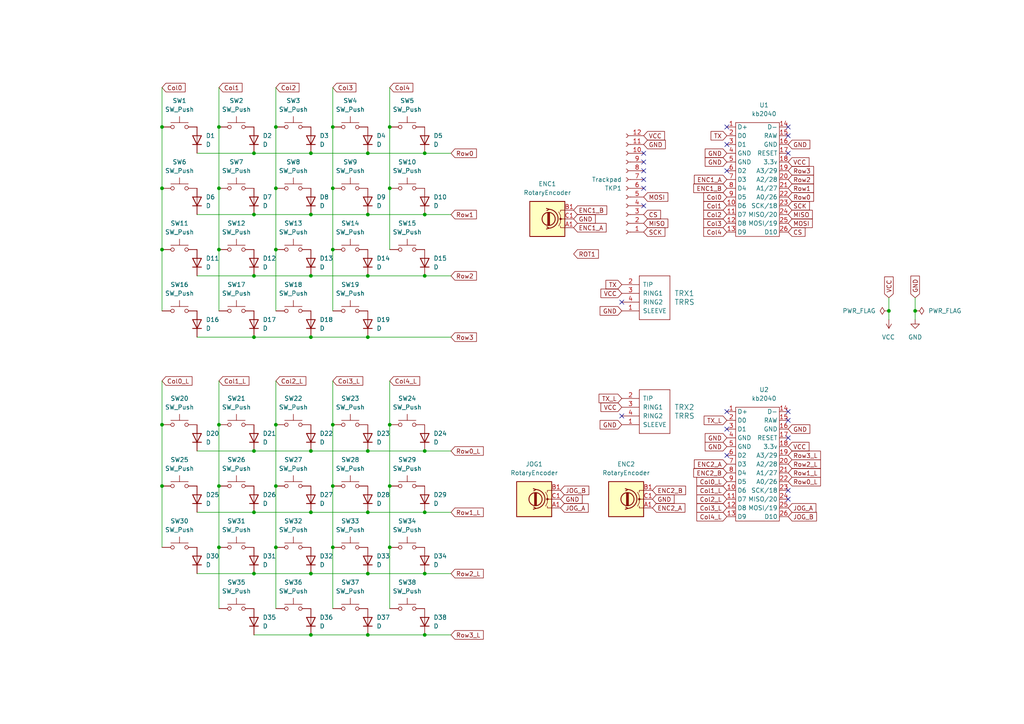
<source format=kicad_sch>
(kicad_sch (version 20250114) (generator "eeschema") (generator_version "9.0")
  (paper "A4")
  (title_block (title "Zen (全) Keyboard") (date "2025-08-26") (rev "rev1"))
  (lib_symbols
    (symbol "Connector:Conn_01x12_Socket" (pin_names (offset 1.016) (hide yes))
      (property "Reference" "J" (at 0 15.24 0))
      (property "Value" "Conn_01x12_Socket" (at 0 -17.78 0))
      (symbol "Conn_01x12_Socket_1_1"
        (pin passive line (at -5.08 12.7 0) (length 3.81) (name "Pin_1") (number "1"))
        (pin passive line (at -5.08 10.16 0) (length 3.81) (name "Pin_2") (number "2"))
        (pin passive line (at -5.08 7.62 0) (length 3.81) (name "Pin_3") (number "3"))
        (pin passive line (at -5.08 5.08 0) (length 3.81) (name "Pin_4") (number "4"))
        (pin passive line (at -5.08 2.54 0) (length 3.81) (name "Pin_5") (number "5"))
        (pin passive line (at -5.08 0 0) (length 3.81) (name "Pin_6") (number "6"))
        (pin passive line (at -5.08 -2.54 0) (length 3.81) (name "Pin_7") (number "7"))
        (pin passive line (at -5.08 -5.08 0) (length 3.81) (name "Pin_8") (number "8"))
        (pin passive line (at -5.08 -7.62 0) (length 3.81) (name "Pin_9") (number "9"))
        (pin passive line (at -5.08 -10.16 0) (length 3.81) (name "Pin_10") (number "10"))
        (pin passive line (at -5.08 -12.7 0) (length 3.81) (name "Pin_11") (number "11"))
        (pin passive line (at -5.08 -15.24 0) (length 3.81) (name "Pin_12") (number "12"))
      )
    )
    (symbol "Device:D" (pin_numbers (hide yes)) (pin_names (offset 1.016) (hide yes))
      (property "Reference" "D" (at 0 2.54 0))
      (property "Value" "D" (at 0 -2.54 0))
      (symbol "D_1_1"
        (pin passive line (at -3.81 0 0) (length 2.54) (name "K") (number "1"))
        (pin passive line (at 3.81 0 180) (length 2.54) (name "A") (number "2"))
      )
    )
    (symbol "Device:RotaryEncoder" (pin_names (offset 0.254) (hide yes))
      (property "Reference" "SW" (at 0 6.604 0))
      (property "Value" "RotaryEncoder" (at 0 -6.604 0))
      (symbol "RotaryEncoder_1_1"
        (pin passive line (at -7.62 2.54 0) (length 2.54) (name "A1") (number "A1"))
        (pin passive line (at -7.62 0 0) (length 2.54) (name "C1") (number "C1"))
        (pin passive line (at -7.62 -2.54 0) (length 2.54) (name "B1") (number "B1"))
      )
    )
    (symbol "RotaryEncoder_1" (pin_names (offset 0.254) (hide yes))
      (property "Reference" "SW" (at 0 6.604 0))
      (property "Value" "RotaryEncoder" (at 0 -6.604 0))
      (symbol "RotaryEncoder_1_1_1"
        (pin passive line (at -7.62 2.54 0) (length 2.54) (name "A1") (number "A1"))
        (pin passive line (at -7.62 0 0) (length 2.54) (name "C1") (number "C1"))
        (pin passive line (at -7.62 -2.54 0) (length 2.54) (name "B1") (number "B1"))
      )
    )
    (symbol "RotaryEncoder_2" (pin_names (offset 0.254) (hide yes))
      (property "Reference" "SW" (at 0 6.604 0))
      (property "Value" "RotaryEncoder" (at 0 -6.604 0))
      (symbol "RotaryEncoder_2_1_1"
        (pin passive line (at -7.62 2.54 0) (length 2.54) (name "A1") (number "A1"))
        (pin passive line (at -7.62 0 0) (length 2.54) (name "C1") (number "C1"))
        (pin passive line (at -7.62 -2.54 0) (length 2.54) (name "B1") (number "B1"))
      )
    )
    (symbol "Switch:SW_Push" (pin_numbers (hide yes)) (pin_names (offset 1.016) (hide yes))
      (property "Reference" "SW" (at 1.27 2.54 0))
      (property "Value" "SW_Push" (at 0 -1.524 0))
      (symbol "SW_Push_0_1"
        (pin passive line (at -5.08 0 0) (length 2.54) (name "1") (number "1"))
        (pin passive line (at 5.08 0 180) (length 2.54) (name "2") (number "2"))
      )
    )
    (symbol "kb2040:kb2040"
      (property "Reference" "U" (at 0 0 0))
      (property "Value" "kb2040" (at 0 -2.54 0))
      (symbol "kb2040_1_1"
        (pin bidirectional line (at -2.54 -5.08 0) (length 2.54) (name "D+") (number "1"))
        (pin bidirectional line (at -2.54 -7.62 0) (length 2.54) (name "D0") (number "2"))
        (pin bidirectional line (at -2.54 -10.16 0) (length 2.54) (name "D1") (number "3"))
        (pin bidirectional line (at -2.54 -12.7 0) (length 2.54) (name "GND") (number "4"))
        (pin bidirectional line (at -2.54 -15.24 0) (length 2.54) (name "GND") (number "5"))
        (pin bidirectional line (at -2.54 -17.78 0) (length 2.54) (name "D2") (number "6"))
        (pin bidirectional line (at -2.54 -20.32 0) (length 2.54) (name "D3") (number "7"))
        (pin bidirectional line (at -2.54 -22.86 0) (length 2.54) (name "D4") (number "8"))
        (pin bidirectional line (at -2.54 -25.4 0) (length 2.54) (name "D5") (number "9"))
        (pin bidirectional line (at -2.54 -27.94 0) (length 2.54) (name "D6") (number "10"))
        (pin bidirectional line (at -2.54 -30.48 0) (length 2.54) (name "D7") (number "11"))
        (pin bidirectional line (at -2.54 -33.02 0) (length 2.54) (name "D8") (number "12"))
        (pin bidirectional line (at -2.54 -35.56 0) (length 2.54) (name "D9") (number "13"))
        (pin bidirectional line (at 15.24 -5.08 180) (length 2.54) (name "D-") (number "14"))
        (pin bidirectional line (at 15.24 -7.62 180) (length 2.54) (name "RAW") (number "15"))
        (pin bidirectional line (at 15.24 -10.16 180) (length 2.54) (name "GND") (number "16"))
        (pin bidirectional line (at 15.24 -12.7 180) (length 2.54) (name "RESET") (number "17"))
        (pin bidirectional line (at 15.24 -15.24 180) (length 2.54) (name "3.3v") (number "18"))
        (pin bidirectional line (at 15.24 -17.78 180) (length 2.54) (name "A3/29") (number "19"))
        (pin bidirectional line (at 15.24 -20.32 180) (length 2.54) (name "A2/28") (number "20"))
        (pin bidirectional line (at 15.24 -22.86 180) (length 2.54) (name "A1/27") (number "21"))
        (pin bidirectional line (at 15.24 -25.4 180) (length 2.54) (name "A0/26") (number "22"))
        (pin bidirectional line (at 15.24 -27.94 180) (length 2.54) (name "SCK/18") (number "23"))
        (pin bidirectional line (at 15.24 -30.48 180) (length 2.54) (name "MISO/20") (number "24"))
        (pin bidirectional line (at 15.24 -33.02 180) (length 2.54) (name "MOSI/19") (number "25"))
        (pin bidirectional line (at 15.24 -35.56 180) (length 2.54) (name "D10") (number "26"))
      )
    )
    (symbol "kb2040_1"
      (property "Reference" "U" (at 0 0 0))
      (property "Value" "kb2040" (at 0 -2.54 0))
      (symbol "kb2040_1_1_1"
        (pin bidirectional line (at -2.54 -5.08 0) (length 2.54) (name "D+") (number "1"))
        (pin bidirectional line (at -2.54 -7.62 0) (length 2.54) (name "D0") (number "2"))
        (pin bidirectional line (at -2.54 -10.16 0) (length 2.54) (name "D1") (number "3"))
        (pin bidirectional line (at -2.54 -12.7 0) (length 2.54) (name "GND") (number "4"))
        (pin bidirectional line (at -2.54 -15.24 0) (length 2.54) (name "GND") (number "5"))
        (pin bidirectional line (at -2.54 -17.78 0) (length 2.54) (name "D2") (number "6"))
        (pin bidirectional line (at -2.54 -20.32 0) (length 2.54) (name "D3") (number "7"))
        (pin bidirectional line (at -2.54 -22.86 0) (length 2.54) (name "D4") (number "8"))
        (pin bidirectional line (at -2.54 -25.4 0) (length 2.54) (name "D5") (number "9"))
        (pin bidirectional line (at -2.54 -27.94 0) (length 2.54) (name "D6") (number "10"))
        (pin bidirectional line (at -2.54 -30.48 0) (length 2.54) (name "D7") (number "11"))
        (pin bidirectional line (at -2.54 -33.02 0) (length 2.54) (name "D8") (number "12"))
        (pin bidirectional line (at -2.54 -35.56 0) (length 2.54) (name "D9") (number "13"))
        (pin bidirectional line (at 15.24 -5.08 180) (length 2.54) (name "D-") (number "14"))
        (pin bidirectional line (at 15.24 -7.62 180) (length 2.54) (name "RAW") (number "15"))
        (pin bidirectional line (at 15.24 -10.16 180) (length 2.54) (name "GND") (number "16"))
        (pin bidirectional line (at 15.24 -12.7 180) (length 2.54) (name "RESET") (number "17"))
        (pin bidirectional line (at 15.24 -15.24 180) (length 2.54) (name "3.3v") (number "18"))
        (pin bidirectional line (at 15.24 -17.78 180) (length 2.54) (name "A3/29") (number "19"))
        (pin bidirectional line (at 15.24 -20.32 180) (length 2.54) (name "A2/28") (number "20"))
        (pin bidirectional line (at 15.24 -22.86 180) (length 2.54) (name "A1/27") (number "21"))
        (pin bidirectional line (at 15.24 -25.4 180) (length 2.54) (name "A0/26") (number "22"))
        (pin bidirectional line (at 15.24 -27.94 180) (length 2.54) (name "SCK/18") (number "23"))
        (pin bidirectional line (at 15.24 -30.48 180) (length 2.54) (name "MISO/20") (number "24"))
        (pin bidirectional line (at 15.24 -33.02 180) (length 2.54) (name "MOSI/19") (number "25"))
        (pin bidirectional line (at 15.24 -35.56 180) (length 2.54) (name "D10") (number "26"))
      )
    )
    (symbol "keebio:TRRS" (pin_names (offset 1.016))
      (property "Reference" "U" (at 0 15.24 0))
      (property "Value" "TRRS" (at 0 -2.54 0))
      (symbol "TRRS_1_1"
        (pin input line (at -8.89 10.16 0) (length 5.08) (name "TIP") (number "2"))
        (pin input line (at -8.89 7.62 0) (length 5.08) (name "RING1") (number "3"))
        (pin input line (at -8.89 5.08 0) (length 5.08) (name "RING2") (number "4"))
        (pin input line (at -8.89 2.54 0) (length 5.08) (name "SLEEVE") (number "1"))
      )
    )
    (symbol "power:GND" (power) (pin_numbers (hide yes)) (pin_names (offset 0) (hide yes))
      (property "Value" "GND" (at 0 -3.81 0))
      (symbol "GND_1_1"
        (pin power_in line (at 0 0 270) (length 0) (name "~") (number "1"))
      )
    )
    (symbol "power:PWR_FLAG" (power) (pin_numbers (hide yes)) (pin_names (offset 0) (hide yes))
      (property "Value" "PWR_FLAG" (at 0 3.81 0))
      (symbol "PWR_FLAG_0_0"
        (pin power_out line (at 0 0 90) (length 0) (name "~") (number "1"))
      )
    )
    (symbol "power:VCC" (power) (pin_numbers (hide yes)) (pin_names (offset 0) (hide yes))
      (property "Value" "VCC" (at 0 3.556 0))
      (symbol "VCC_1_1"
        (pin power_in line (at 0 0 90) (length 0) (name "~") (number "1"))
      )
    )
  )
  (junction (at 80.01 72.39))
  (junction (at 46.99 123.19))
  (junction (at 90.17 80.01))
  (junction (at 80.01 123.19))
  (junction (at 73.66 97.79))
  (junction (at 46.99 140.97))
  (junction (at 257.81 90.17))
  (junction (at 73.66 148.59))
  (junction (at 46.99 36.83))
  (junction (at 63.5 72.39))
  (junction (at 73.66 62.23))
  (junction (at 106.68 166.37))
  (junction (at 80.01 36.83))
  (junction (at 106.68 62.23))
  (junction (at 265.43 90.17))
  (junction (at 96.52 36.83))
  (junction (at 96.52 158.75))
  (junction (at 80.01 54.61))
  (junction (at 63.5 158.75))
  (junction (at 90.17 130.81))
  (junction (at 46.99 54.61))
  (junction (at 106.68 44.45))
  (junction (at 106.68 148.59))
  (junction (at 80.01 158.75))
  (junction (at 90.17 184.15))
  (junction (at 73.66 80.01))
  (junction (at 46.99 72.39))
  (junction (at 123.19 130.81))
  (junction (at 123.19 166.37))
  (junction (at 106.68 80.01))
  (junction (at 113.03 36.83))
  (junction (at 123.19 44.45))
  (junction (at 96.52 54.61))
  (junction (at 90.17 166.37))
  (junction (at 80.01 140.97))
  (junction (at 90.17 148.59))
  (junction (at 106.68 97.79))
  (junction (at 90.17 97.79))
  (junction (at 106.68 130.81))
  (junction (at 113.03 123.19))
  (junction (at 96.52 72.39))
  (junction (at 96.52 140.97))
  (junction (at 73.66 44.45))
  (junction (at 73.66 130.81))
  (junction (at 106.68 184.15))
  (junction (at 73.66 166.37))
  (junction (at 123.19 148.59))
  (junction (at 123.19 184.15))
  (junction (at 63.5 36.83))
  (junction (at 123.19 62.23))
  (junction (at 113.03 54.61))
  (junction (at 63.5 140.97))
  (junction (at 123.19 80.01))
  (junction (at 113.03 140.97))
  (junction (at 63.5 54.61))
  (junction (at 63.5 123.19))
  (junction (at 96.52 123.19))
  (junction (at 90.17 44.45))
  (junction (at 113.03 158.75))
  (junction (at 90.17 62.23))
  (no_connect (at 186.69 59.69))
  (no_connect (at 180.34 120.65))
  (no_connect (at 210.82 36.83))
  (no_connect (at 228.6 36.83))
  (no_connect (at 186.69 52.07))
  (no_connect (at 228.6 127))
  (no_connect (at 186.69 54.61))
  (no_connect (at 228.6 39.37))
  (no_connect (at 210.82 124.46))
  (no_connect (at 228.6 144.78))
  (no_connect (at 186.69 44.45))
  (no_connect (at 228.6 44.45))
  (no_connect (at 228.6 121.92))
  (no_connect (at 210.82 41.91))
  (no_connect (at 210.82 119.38))
  (no_connect (at 180.34 87.63))
  (no_connect (at 210.82 49.53))
  (no_connect (at 228.6 119.38))
  (no_connect (at 210.82 132.08))
  (no_connect (at 186.69 49.53))
  (no_connect (at 186.69 46.99))
  (no_connect (at 228.6 142.24))
  (wire (pts (xy 63.5 36.83) (xy 63.5 54.61)))
  (wire (pts (xy 73.66 166.37) (xy 90.17 166.37)))
  (wire (pts (xy 90.17 44.45) (xy 106.68 44.45)))
  (wire (pts (xy 123.19 184.15) (xy 130.81 184.15)))
  (wire (pts (xy 90.17 184.15) (xy 106.68 184.15)))
  (wire (pts (xy 73.66 97.79) (xy 90.17 97.79)))
  (wire (pts (xy 106.68 97.79) (xy 130.81 97.79)))
  (wire (pts (xy 96.52 72.39) (xy 96.52 90.17)))
  (wire (pts (xy 90.17 80.01) (xy 106.68 80.01)))
  (wire (pts (xy 113.03 158.75) (xy 113.03 176.53)))
  (wire (pts (xy 73.66 184.15) (xy 90.17 184.15)))
  (wire (pts (xy 96.52 54.61) (xy 96.52 72.39)))
  (wire (pts (xy 90.17 130.81) (xy 106.68 130.81)))
  (wire (pts (xy 123.19 148.59) (xy 130.81 148.59)))
  (wire (pts (xy 265.43 92.71) (xy 265.43 90.17)))
  (wire (pts (xy 46.99 140.97) (xy 46.99 158.75)))
  (wire (pts (xy 80.01 72.39) (xy 80.01 90.17)))
  (wire (pts (xy 90.17 148.59) (xy 106.68 148.59)))
  (wire (pts (xy 80.01 54.61) (xy 80.01 72.39)))
  (wire (pts (xy 106.68 130.81) (xy 123.19 130.81)))
  (wire (pts (xy 73.66 80.01) (xy 90.17 80.01)))
  (wire (pts (xy 73.66 62.23) (xy 90.17 62.23)))
  (wire (pts (xy 90.17 166.37) (xy 106.68 166.37)))
  (wire (pts (xy 63.5 54.61) (xy 63.5 72.39)))
  (wire (pts (xy 113.03 25.4) (xy 113.03 36.83)))
  (wire (pts (xy 73.66 44.45) (xy 90.17 44.45)))
  (wire (pts (xy 80.01 140.97) (xy 80.01 158.75)))
  (wire (pts (xy 46.99 25.4) (xy 46.99 36.83)))
  (wire (pts (xy 106.68 62.23) (xy 123.19 62.23)))
  (wire (pts (xy 106.68 166.37) (xy 123.19 166.37)))
  (wire (pts (xy 80.01 36.83) (xy 80.01 54.61)))
  (wire (pts (xy 96.52 123.19) (xy 96.52 140.97)))
  (wire (pts (xy 63.5 72.39) (xy 63.5 90.17)))
  (wire (pts (xy 57.15 44.45) (xy 73.66 44.45)))
  (wire (pts (xy 96.52 158.75) (xy 96.52 176.53)))
  (wire (pts (xy 113.03 110.49) (xy 113.03 123.19)))
  (wire (pts (xy 57.15 62.23) (xy 73.66 62.23)))
  (wire (pts (xy 63.5 25.4) (xy 63.5 36.83)))
  (wire (pts (xy 123.19 62.23) (xy 130.81 62.23)))
  (wire (pts (xy 123.19 80.01) (xy 130.81 80.01)))
  (wire (pts (xy 80.01 110.49) (xy 80.01 123.19)))
  (wire (pts (xy 57.15 148.59) (xy 73.66 148.59)))
  (wire (pts (xy 257.81 92.71) (xy 257.81 90.17)))
  (wire (pts (xy 63.5 123.19) (xy 63.5 140.97)))
  (wire (pts (xy 63.5 140.97) (xy 63.5 158.75)))
  (wire (pts (xy 57.15 130.81) (xy 73.66 130.81)))
  (wire (pts (xy 57.15 80.01) (xy 73.66 80.01)))
  (wire (pts (xy 96.52 36.83) (xy 96.52 54.61)))
  (wire (pts (xy 106.68 44.45) (xy 123.19 44.45)))
  (wire (pts (xy 96.52 25.4) (xy 96.52 36.83)))
  (wire (pts (xy 257.81 90.17) (xy 257.81 86.36)))
  (wire (pts (xy 123.19 166.37) (xy 130.81 166.37)))
  (wire (pts (xy 123.19 130.81) (xy 130.81 130.81)))
  (wire (pts (xy 90.17 97.79) (xy 106.68 97.79)))
  (wire (pts (xy 113.03 36.83) (xy 113.03 54.61)))
  (wire (pts (xy 80.01 25.4) (xy 80.01 36.83)))
  (wire (pts (xy 63.5 158.75) (xy 63.5 176.53)))
  (wire (pts (xy 46.99 123.19) (xy 46.99 140.97)))
  (wire (pts (xy 90.17 62.23) (xy 106.68 62.23)))
  (wire (pts (xy 46.99 54.61) (xy 46.99 72.39)))
  (wire (pts (xy 80.01 123.19) (xy 80.01 140.97)))
  (wire (pts (xy 113.03 140.97) (xy 113.03 158.75)))
  (wire (pts (xy 46.99 36.83) (xy 46.99 54.61)))
  (wire (pts (xy 73.66 148.59) (xy 90.17 148.59)))
  (wire (pts (xy 106.68 184.15) (xy 123.19 184.15)))
  (wire (pts (xy 57.15 166.37) (xy 73.66 166.37)))
  (wire (pts (xy 96.52 140.97) (xy 96.52 158.75)))
  (wire (pts (xy 113.03 123.19) (xy 113.03 140.97)))
  (wire (pts (xy 106.68 148.59) (xy 123.19 148.59)))
  (wire (pts (xy 96.52 110.49) (xy 96.52 123.19)))
  (wire (pts (xy 123.19 44.45) (xy 130.81 44.45)))
  (wire (pts (xy 265.43 90.17) (xy 265.43 86.36)))
  (wire (pts (xy 63.5 110.49) (xy 63.5 123.19)))
  (wire (pts (xy 106.68 80.01) (xy 123.19 80.01)))
  (wire (pts (xy 73.66 130.81) (xy 90.17 130.81)))
  (wire (pts (xy 80.01 158.75) (xy 80.01 176.53)))
  (wire (pts (xy 113.03 54.61) (xy 113.03 72.39)))
  (wire (pts (xy 57.15 97.79) (xy 73.66 97.79)))
  (wire (pts (xy 46.99 110.49) (xy 46.99 123.19)))
  (wire (pts (xy 46.99 72.39) (xy 46.99 90.17)))
  (global_label "Col4_L" (shape input) (at 113.03 110.49 0) (property "Intersheetrefs" "${INTERSHEET_REFS}" (effects (hide yes))))
  (global_label "Row0" (shape input) (at 228.6 57.15 0) (property "Intersheetrefs" "${INTERSHEET_REFS}" (effects (hide yes))))
  (global_label "GND" (shape input) (at 210.82 129.54 180) (property "Intersheetrefs" "${INTERSHEET_REFS}" (effects (hide yes))))
  (global_label "Col2_L" (shape input) (at 80.01 110.49 0) (property "Intersheetrefs" "${INTERSHEET_REFS}" (effects (hide yes))))
  (global_label "GND" (shape input) (at 180.34 90.17 180) (property "Intersheetrefs" "${INTERSHEET_REFS}" (effects (hide yes))))
  (global_label "Col0_L" (shape input) (at 46.99 110.49 0) (property "Intersheetrefs" "${INTERSHEET_REFS}" (effects (hide yes))))
  (global_label "GND" (shape input) (at 210.82 46.99 180) (property "Intersheetrefs" "${INTERSHEET_REFS}" (effects (hide yes))))
  (global_label "TX_L" (shape input) (at 180.34 115.57 180) (property "Intersheetrefs" "${INTERSHEET_REFS}" (effects (hide yes))))
  (global_label "VCC" (shape input) (at 180.34 118.11 180) (property "Intersheetrefs" "${INTERSHEET_REFS}" (effects (hide yes))))
  (global_label "VCC" (shape input) (at 186.69 39.37 0) (property "Intersheetrefs" "${INTERSHEET_REFS}" (effects (hide yes))))
  (global_label "Col2_L" (shape input) (at 210.82 144.78 180) (property "Intersheetrefs" "${INTERSHEET_REFS}" (effects (hide yes))))
  (global_label "Row1_L" (shape input) (at 228.6 137.16 0) (property "Intersheetrefs" "${INTERSHEET_REFS}" (effects (hide yes))))
  (global_label "VCC" (shape input) (at 180.34 85.09 180) (property "Intersheetrefs" "${INTERSHEET_REFS}" (effects (hide yes))))
  (global_label "VCC" (shape input) (at 228.6 46.99 0) (property "Intersheetrefs" "${INTERSHEET_REFS}" (effects (hide yes))))
  (global_label "JOG_A" (shape input) (at 162.56 147.32 0) (property "Intersheetrefs" "${INTERSHEET_REFS}" (effects (hide yes))))
  (global_label "VCC" (shape input) (at 228.6 129.54 0) (property "Intersheetrefs" "${INTERSHEET_REFS}" (effects (hide yes))))
  (global_label "Col1_L" (shape input) (at 210.82 142.24 180) (property "Intersheetrefs" "${INTERSHEET_REFS}" (effects (hide yes))))
  (global_label "ENC1_A" (shape input) (at 210.82 52.07 180) (property "Intersheetrefs" "${INTERSHEET_REFS}" (effects (hide yes))))
  (global_label "CS" (shape input) (at 228.6 67.31 0) (property "Intersheetrefs" "${INTERSHEET_REFS}" (effects (hide yes))))
  (global_label "Row3" (shape input) (at 228.6 49.53 0) (property "Intersheetrefs" "${INTERSHEET_REFS}" (effects (hide yes))))
  (global_label "MISO" (shape input) (at 228.6 62.23 0) (property "Intersheetrefs" "${INTERSHEET_REFS}" (effects (hide yes))))
  (global_label "GND" (shape input) (at 265.43 86.36 90) (property "Intersheetrefs" "${INTERSHEET_REFS}" (effects (hide yes))))
  (global_label "GND" (shape input) (at 228.6 41.91 0) (property "Intersheetrefs" "${INTERSHEET_REFS}" (effects (hide yes))))
  (global_label "Row3" (shape input) (at 130.81 97.79 0) (property "Intersheetrefs" "${INTERSHEET_REFS}" (effects (hide yes))))
  (global_label "GND" (shape input) (at 180.34 123.19 180) (property "Intersheetrefs" "${INTERSHEET_REFS}" (effects (hide yes))))
  (global_label "Col3_L" (shape input) (at 210.82 147.32 180) (property "Intersheetrefs" "${INTERSHEET_REFS}" (effects (hide yes))))
  (global_label "Row0" (shape input) (at 130.81 44.45 0) (property "Intersheetrefs" "${INTERSHEET_REFS}" (effects (hide yes))))
  (global_label "Col4_L" (shape input) (at 210.82 149.86 180) (property "Intersheetrefs" "${INTERSHEET_REFS}" (effects (hide yes))))
  (global_label "Col0" (shape input) (at 210.82 57.15 180) (property "Intersheetrefs" "${INTERSHEET_REFS}" (effects (hide yes))))
  (global_label "Row0_L" (shape input) (at 130.81 130.81 0) (property "Intersheetrefs" "${INTERSHEET_REFS}" (effects (hide yes))))
  (global_label "SCK" (shape input) (at 228.6 59.69 0) (property "Intersheetrefs" "${INTERSHEET_REFS}" (effects (hide yes))))
  (global_label "VCC" (shape input) (at 257.81 86.36 90) (property "Intersheetrefs" "${INTERSHEET_REFS}" (effects (hide yes))))
  (global_label "CS" (shape input) (at 186.69 62.23 0) (property "Intersheetrefs" "${INTERSHEET_REFS}" (effects (hide yes))))
  (global_label "TX" (shape input) (at 180.34 82.55 180) (property "Intersheetrefs" "${INTERSHEET_REFS}" (effects (hide yes))))
  (global_label "Col0_L" (shape input) (at 210.82 139.7 180) (property "Intersheetrefs" "${INTERSHEET_REFS}" (effects (hide yes))))
  (global_label "Row1" (shape input) (at 130.81 62.23 0) (property "Intersheetrefs" "${INTERSHEET_REFS}" (effects (hide yes))))
  (global_label "Col1" (shape input) (at 63.5 25.4 0) (property "Intersheetrefs" "${INTERSHEET_REFS}" (effects (hide yes))))
  (global_label "Row2_L" (shape input) (at 228.6 134.62 0) (property "Intersheetrefs" "${INTERSHEET_REFS}" (effects (hide yes))))
  (global_label "GND" (shape input) (at 166.37 63.5 0) (property "Intersheetrefs" "${INTERSHEET_REFS}" (effects (hide yes))))
  (global_label "Row0_L" (shape input) (at 228.6 139.7 0) (property "Intersheetrefs" "${INTERSHEET_REFS}" (effects (hide yes))))
  (global_label "JOG_B" (shape input) (at 162.56 142.24 0) (property "Intersheetrefs" "${INTERSHEET_REFS}" (effects (hide yes))))
  (global_label "ENC1_B" (shape input) (at 210.82 54.61 180) (property "Intersheetrefs" "${INTERSHEET_REFS}" (effects (hide yes))))
  (global_label "GND" (shape input) (at 186.69 41.91 0) (property "Intersheetrefs" "${INTERSHEET_REFS}" (effects (hide yes))))
  (global_label "JOG_A" (shape input) (at 228.6 147.32 0) (property "Intersheetrefs" "${INTERSHEET_REFS}" (effects (hide yes))))
  (global_label "GND" (shape input) (at 162.56 144.78 0) (property "Intersheetrefs" "${INTERSHEET_REFS}" (effects (hide yes))))
  (global_label "ENC2_A" (shape input) (at 210.82 134.62 180) (property "Intersheetrefs" "${INTERSHEET_REFS}" (effects (hide yes))))
  (global_label "GND" (shape input) (at 228.6 124.46 0) (property "Intersheetrefs" "${INTERSHEET_REFS}" (effects (hide yes))))
  (global_label "Col1_L" (shape input) (at 63.5 110.49 0) (property "Intersheetrefs" "${INTERSHEET_REFS}" (effects (hide yes))))
  (global_label "Row2_L" (shape input) (at 130.81 166.37 0) (property "Intersheetrefs" "${INTERSHEET_REFS}" (effects (hide yes))))
  (global_label "GND" (shape input) (at 210.82 44.45 180) (property "Intersheetrefs" "${INTERSHEET_REFS}" (effects (hide yes))))
  (global_label "Row3_L" (shape input) (at 130.81 184.15 0) (property "Intersheetrefs" "${INTERSHEET_REFS}" (effects (hide yes))))
  (global_label "Col1" (shape input) (at 210.82 59.69 180) (property "Intersheetrefs" "${INTERSHEET_REFS}" (effects (hide yes))))
  (global_label "Row1_L" (shape input) (at 130.81 148.59 0) (property "Intersheetrefs" "${INTERSHEET_REFS}" (effects (hide yes))))
  (global_label "MISO" (shape input) (at 186.69 64.77 0) (property "Intersheetrefs" "${INTERSHEET_REFS}" (effects (hide yes))))
  (global_label "Col3" (shape input) (at 96.52 25.4 0) (property "Intersheetrefs" "${INTERSHEET_REFS}" (effects (hide yes))))
  (global_label "TX_L" (shape input) (at 210.82 121.92 180) (property "Intersheetrefs" "${INTERSHEET_REFS}" (effects (hide yes))))
  (global_label "Row2" (shape input) (at 228.6 52.07 0) (property "Intersheetrefs" "${INTERSHEET_REFS}" (effects (hide yes))))
  (global_label "Col3" (shape input) (at 210.82 64.77 180) (property "Intersheetrefs" "${INTERSHEET_REFS}" (effects (hide yes))))
  (global_label "MOSI" (shape input) (at 186.69 57.15 0) (property "Intersheetrefs" "${INTERSHEET_REFS}" (effects (hide yes))))
  (global_label "MOSI" (shape input) (at 228.6 64.77 0) (property "Intersheetrefs" "${INTERSHEET_REFS}" (effects (hide yes))))
  (global_label "ENC2_B" (shape input) (at 210.82 137.16 180) (property "Intersheetrefs" "${INTERSHEET_REFS}" (effects (hide yes))))
  (global_label "ENC2_B" (shape input) (at 189.23 142.24 0) (property "Intersheetrefs" "${INTERSHEET_REFS}" (effects (hide yes))))
  (global_label "ENC2_A" (shape input) (at 189.23 147.32 0) (property "Intersheetrefs" "${INTERSHEET_REFS}" (effects (hide yes))))
  (global_label "Col2" (shape input) (at 80.01 25.4 0) (property "Intersheetrefs" "${INTERSHEET_REFS}" (effects (hide yes))))
  (global_label "ROT1" (shape input) (at 166.37 73.66 0) (property "Intersheetrefs" "${INTERSHEET_REFS}" (effects (hide yes))))
  (global_label "JOG_B" (shape input) (at 228.6 149.86 0) (property "Intersheetrefs" "${INTERSHEET_REFS}" (effects (hide yes))))
  (global_label "ENC1_A" (shape input) (at 166.37 66.04 0) (property "Intersheetrefs" "${INTERSHEET_REFS}" (effects (hide yes))))
  (global_label "Row2" (shape input) (at 130.81 80.01 0) (property "Intersheetrefs" "${INTERSHEET_REFS}" (effects (hide yes))))
  (global_label "Row3_L" (shape input) (at 228.6 132.08 0) (property "Intersheetrefs" "${INTERSHEET_REFS}" (effects (hide yes))))
  (global_label "Col2" (shape input) (at 210.82 62.23 180) (property "Intersheetrefs" "${INTERSHEET_REFS}" (effects (hide yes))))
  (global_label "Col4" (shape input) (at 210.82 67.31 180) (property "Intersheetrefs" "${INTERSHEET_REFS}" (effects (hide yes))))
  (global_label "ENC1_B" (shape input) (at 166.37 60.96 0) (property "Intersheetrefs" "${INTERSHEET_REFS}" (effects (hide yes))))
  (global_label "SCK" (shape input) (at 186.69 67.31 0) (property "Intersheetrefs" "${INTERSHEET_REFS}" (effects (hide yes))))
  (global_label "TX" (shape input) (at 210.82 39.37 180) (property "Intersheetrefs" "${INTERSHEET_REFS}" (effects (hide yes))))
  (global_label "Col4" (shape input) (at 113.03 25.4 0) (property "Intersheetrefs" "${INTERSHEET_REFS}" (effects (hide yes))))
  (global_label "GND" (shape input) (at 189.23 144.78 0) (property "Intersheetrefs" "${INTERSHEET_REFS}" (effects (hide yes))))
  (global_label "GND" (shape input) (at 210.82 127 180) (property "Intersheetrefs" "${INTERSHEET_REFS}" (effects (hide yes))))
  (global_label "Col0" (shape input) (at 46.99 25.4 0) (property "Intersheetrefs" "${INTERSHEET_REFS}" (effects (hide yes))))
  (global_label "Col3_L" (shape input) (at 96.52 110.49 0) (property "Intersheetrefs" "${INTERSHEET_REFS}" (effects (hide yes))))
  (global_label "Row1" (shape input) (at 228.6 54.61 0) (property "Intersheetrefs" "${INTERSHEET_REFS}" (effects (hide yes))))
  (symbol (lib_id "Device:D") (at 90.17 58.42 90) (unit 1)
    (property "Reference" "D8" (at 92.71 57.1499 90) (effects (justify right)))
    (property "Value" "D" (at 92.71 59.6899 90) (effects (justify right)))
    (property "Footprint" "Diode_SMD:D_MiniMELF" (effects (hide yes)))
    (property "Description" "Diode" (effects (hide yes)))
    (property "Sim.Device" "D" (effects (hide yes)))
    (property "Sim.Pins" "1=K 2=A" (effects (hide yes)))
  )
  (symbol (lib_id "Device:D") (at 73.66 144.78 90) (unit 1)
    (property "Reference" "D26" (at 76.2 143.5099 90) (effects (justify right)))
    (property "Value" "D" (at 76.2 146.0499 90) (effects (justify right)))
    (property "Footprint" "Diode_SMD:D_MiniMELF" (effects (hide yes)))
    (property "Description" "Diode" (effects (hide yes)))
    (property "Sim.Device" "D" (effects (hide yes)))
    (property "Sim.Pins" "1=K 2=A" (effects (hide yes)))
  )
  (symbol (lib_id "Switch:SW_Push") (at 68.58 54.61 0) (unit 1)
    (property "Reference" "SW7" (at 68.58 46.99 0))
    (property "Value" "SW_Push" (at 68.58 49.53 0))
    (property "Footprint" "keyswitches:SW_PG1350" (effects (hide yes)))
    (property "Description" "Push button switch, generic, two pins" (effects (hide yes)))
  )
  (symbol (lib_id "kb2040:kb2040") (at 213.36 114.3 0) (unit 1)
    (property "Reference" "U2" (at 221.615 113.03 0))
    (property "Value" "kb2040" (at 221.615 115.57 0))
    (property "Footprint" "kb2040-kicad:kb2040" (effects (hide yes)))
  )
  (symbol (lib_id "Device:D") (at 106.68 58.42 90) (unit 1)
    (property "Reference" "D9" (at 109.22 57.1499 90) (effects (justify right)))
    (property "Value" "D" (at 109.22 59.6899 90) (effects (justify right)))
    (property "Footprint" "Diode_SMD:D_MiniMELF" (effects (hide yes)))
    (property "Description" "Diode" (effects (hide yes)))
    (property "Sim.Device" "D" (effects (hide yes)))
    (property "Sim.Pins" "1=K 2=A" (effects (hide yes)))
  )
  (symbol (lib_id "Device:D") (at 90.17 180.34 90) (unit 1)
    (property "Reference" "D36" (at 92.71 179.0699 90) (effects (justify right)))
    (property "Value" "D" (at 92.71 181.6099 90) (effects (justify right)))
    (property "Footprint" "Diode_SMD:D_MiniMELF" (effects (hide yes)))
    (property "Description" "Diode" (effects (hide yes)))
    (property "Sim.Device" "D" (effects (hide yes)))
    (property "Sim.Pins" "1=K 2=A" (effects (hide yes)))
  )
  (symbol (lib_id "Device:D") (at 123.19 180.34 90) (unit 1)
    (property "Reference" "D38" (at 125.73 179.0699 90) (effects (justify right)))
    (property "Value" "D" (at 125.73 181.6099 90) (effects (justify right)))
    (property "Footprint" "Diode_SMD:D_MiniMELF" (effects (hide yes)))
    (property "Description" "Diode" (effects (hide yes)))
    (property "Sim.Device" "D" (effects (hide yes)))
    (property "Sim.Pins" "1=K 2=A" (effects (hide yes)))
  )
  (symbol (lib_id "Device:D") (at 123.19 144.78 90) (unit 1)
    (property "Reference" "D29" (at 125.73 143.5099 90) (effects (justify right)))
    (property "Value" "D" (at 125.73 146.0499 90) (effects (justify right)))
    (property "Footprint" "Diode_SMD:D_MiniMELF" (effects (hide yes)))
    (property "Description" "Diode" (effects (hide yes)))
    (property "Sim.Device" "D" (effects (hide yes)))
    (property "Sim.Pins" "1=K 2=A" (effects (hide yes)))
  )
  (symbol (lib_name "kb2040_1") (lib_id "kb2040:kb2040") (at 213.36 31.75 0) (unit 1)
    (property "Reference" "U1" (at 221.615 30.48 0))
    (property "Value" "kb2040" (at 221.615 33.02 0))
    (property "Footprint" "kb2040-kicad:kb2040" (effects (hide yes)))
  )
  (symbol (lib_id "Device:D") (at 123.19 58.42 90) (unit 1)
    (property "Reference" "D10" (at 125.73 57.1499 90) (effects (justify right)))
    (property "Value" "D" (at 125.73 59.6899 90) (effects (justify right)))
    (property "Footprint" "Diode_SMD:D_MiniMELF" (effects (hide yes)))
    (property "Description" "Diode" (effects (hide yes)))
    (property "Sim.Device" "D" (effects (hide yes)))
    (property "Sim.Pins" "1=K 2=A" (effects (hide yes)))
  )
  (symbol (lib_id "power:VCC") (at 257.81 92.71 180) (unit 1)
    (property "Reference" "#PWR02" (effects (hide yes)))
    (property "Value" "VCC" (at 259.588 97.79 0) (effects (justify left)))
    (property "Description" "Power symbol creates a global label with name \"VCC\"" (effects (hide yes)))
  )
  (symbol (lib_id "Device:D") (at 106.68 162.56 90) (unit 1)
    (property "Reference" "D33" (at 109.22 161.2899 90) (effects (justify right)))
    (property "Value" "D" (at 109.22 163.8299 90) (effects (justify right)))
    (property "Footprint" "Diode_SMD:D_MiniMELF" (effects (hide yes)))
    (property "Description" "Diode" (effects (hide yes)))
    (property "Sim.Device" "D" (effects (hide yes)))
    (property "Sim.Pins" "1=K 2=A" (effects (hide yes)))
  )
  (symbol (lib_id "keebio:TRRS") (at 189.23 125.73 0) (unit 1)
    (property "Reference" "TRX2" (at 195.58 118.1099 0) (effects (font (size 1.524 1.524)) (justify left)))
    (property "Value" "TRRS" (at 195.58 120.6499 0) (effects (font (size 1.524 1.524)) (justify left)))
    (property "Footprint" "Keebio-Parts:TRRS-PJ-320A" (effects (hide yes)))
  )
  (symbol (lib_id "Switch:SW_Push") (at 118.11 140.97 0) (unit 1)
    (property "Reference" "SW29" (at 118.11 133.35 0))
    (property "Value" "SW_Push" (at 118.11 135.89 0))
    (property "Footprint" "keyswitches:SW_PG1350" (effects (hide yes)))
    (property "Description" "Push button switch, generic, two pins" (effects (hide yes)))
  )
  (symbol (lib_id "Device:D") (at 106.68 40.64 90) (unit 1)
    (property "Reference" "D4" (at 109.22 39.3699 90) (effects (justify right)))
    (property "Value" "D" (at 109.22 41.9099 90) (effects (justify right)))
    (property "Footprint" "Diode_SMD:D_MiniMELF" (effects (hide yes)))
    (property "Description" "Diode" (effects (hide yes)))
    (property "Sim.Device" "D" (effects (hide yes)))
    (property "Sim.Pins" "1=K 2=A" (effects (hide yes)))
  )
  (symbol (lib_id "Switch:SW_Push") (at 101.6 123.19 0) (unit 1)
    (property "Reference" "SW23" (at 101.6 115.57 0))
    (property "Value" "SW_Push" (at 101.6 118.11 0))
    (property "Footprint" "keyswitches:SW_PG1350" (effects (hide yes)))
    (property "Description" "Push button switch, generic, two pins" (effects (hide yes)))
  )
  (symbol (lib_id "Switch:SW_Push") (at 68.58 176.53 0) (unit 1)
    (property "Reference" "SW35" (at 68.58 168.91 0))
    (property "Value" "SW_Push" (at 68.58 171.45 0))
    (property "Footprint" "keyswitches:SW_PG1350" (effects (hide yes)))
    (property "Description" "Push button switch, generic, two pins" (effects (hide yes)))
  )
  (symbol (lib_id "Device:D") (at 73.66 162.56 90) (unit 1)
    (property "Reference" "D31" (at 76.2 161.2899 90) (effects (justify right)))
    (property "Value" "D" (at 76.2 163.8299 90) (effects (justify right)))
    (property "Footprint" "Diode_SMD:D_MiniMELF" (effects (hide yes)))
    (property "Description" "Diode" (effects (hide yes)))
    (property "Sim.Device" "D" (effects (hide yes)))
    (property "Sim.Pins" "1=K 2=A" (effects (hide yes)))
  )
  (symbol (lib_id "Switch:SW_Push") (at 68.58 36.83 0) (unit 1)
    (property "Reference" "SW2" (at 68.58 29.21 0))
    (property "Value" "SW_Push" (at 68.58 31.75 0))
    (property "Footprint" "keyswitches:SW_PG1350" (effects (hide yes)))
    (property "Description" "Push button switch, generic, two pins" (effects (hide yes)))
  )
  (symbol (lib_id "Device:D") (at 73.66 40.64 90) (unit 1)
    (property "Reference" "D2" (at 76.2 39.3699 90) (effects (justify right)))
    (property "Value" "D" (at 76.2 41.9099 90) (effects (justify right)))
    (property "Footprint" "Diode_SMD:D_MiniMELF" (effects (hide yes)))
    (property "Description" "Diode" (effects (hide yes)))
    (property "Sim.Device" "D" (effects (hide yes)))
    (property "Sim.Pins" "1=K 2=A" (effects (hide yes)))
  )
  (symbol (lib_id "Switch:SW_Push") (at 52.07 90.17 0) (unit 1)
    (property "Reference" "SW16" (at 52.07 82.55 0))
    (property "Value" "SW_Push" (at 52.07 85.09 0))
    (property "Footprint" "keyswitches:SW_PG1350" (effects (hide yes)))
    (property "Description" "Push button switch, generic, two pins" (effects (hide yes)))
  )
  (symbol (lib_id "Switch:SW_Push") (at 68.58 140.97 0) (unit 1)
    (property "Reference" "SW26" (at 68.58 133.35 0))
    (property "Value" "SW_Push" (at 68.58 135.89 0))
    (property "Footprint" "keyswitches:SW_PG1350" (effects (hide yes)))
    (property "Description" "Push button switch, generic, two pins" (effects (hide yes)))
  )
  (symbol (lib_id "Device:D") (at 73.66 93.98 90) (unit 1)
    (property "Reference" "D17" (at 76.2 92.7099 90) (effects (justify right)))
    (property "Value" "D" (at 76.2 95.2499 90) (effects (justify right)))
    (property "Footprint" "Diode_SMD:D_MiniMELF" (effects (hide yes)))
    (property "Description" "Diode" (effects (hide yes)))
    (property "Sim.Device" "D" (effects (hide yes)))
    (property "Sim.Pins" "1=K 2=A" (effects (hide yes)))
  )
  (symbol (lib_id "Device:D") (at 90.17 40.64 90) (unit 1)
    (property "Reference" "D3" (at 92.71 39.3699 90) (effects (justify right)))
    (property "Value" "D" (at 92.71 41.9099 90) (effects (justify right)))
    (property "Footprint" "Diode_SMD:D_MiniMELF" (effects (hide yes)))
    (property "Description" "Diode" (effects (hide yes)))
    (property "Sim.Device" "D" (effects (hide yes)))
    (property "Sim.Pins" "1=K 2=A" (effects (hide yes)))
  )
  (symbol (lib_id "Device:D") (at 90.17 144.78 90) (unit 1)
    (property "Reference" "D27" (at 92.71 143.5099 90) (effects (justify right)))
    (property "Value" "D" (at 92.71 146.0499 90) (effects (justify right)))
    (property "Footprint" "Diode_SMD:D_MiniMELF" (effects (hide yes)))
    (property "Description" "Diode" (effects (hide yes)))
    (property "Sim.Device" "D" (effects (hide yes)))
    (property "Sim.Pins" "1=K 2=A" (effects (hide yes)))
  )
  (symbol (lib_id "Switch:SW_Push") (at 101.6 176.53 0) (unit 1)
    (property "Reference" "SW37" (at 101.6 168.91 0))
    (property "Value" "SW_Push" (at 101.6 171.45 0))
    (property "Footprint" "keyswitches:SW_PG1350" (effects (hide yes)))
    (property "Description" "Push button switch, generic, two pins" (effects (hide yes)))
  )
  (symbol (lib_id "Switch:SW_Push") (at 101.6 54.61 0) (unit 1)
    (property "Reference" "SW9" (at 101.6 46.99 0))
    (property "Value" "SW_Push" (at 101.6 49.53 0))
    (property "Footprint" "keyswitches:SW_PG1350" (effects (hide yes)))
    (property "Description" "Push button switch, generic, two pins" (effects (hide yes)))
  )
  (symbol (lib_id "Device:D") (at 106.68 93.98 90) (unit 1)
    (property "Reference" "D19" (at 109.22 92.7099 90) (effects (justify right)))
    (property "Value" "D" (at 109.22 95.2499 90) (effects (justify right)))
    (property "Footprint" "Diode_SMD:D_MiniMELF" (effects (hide yes)))
    (property "Description" "Diode" (effects (hide yes)))
    (property "Sim.Device" "D" (effects (hide yes)))
    (property "Sim.Pins" "1=K 2=A" (effects (hide yes)))
  )
  (symbol (lib_id "Device:D") (at 106.68 76.2 90) (unit 1)
    (property "Reference" "D14" (at 109.22 74.9299 90) (effects (justify right)))
    (property "Value" "D" (at 109.22 77.4699 90) (effects (justify right)))
    (property "Footprint" "Diode_SMD:D_MiniMELF" (effects (hide yes)))
    (property "Description" "Diode" (effects (hide yes)))
    (property "Sim.Device" "D" (effects (hide yes)))
    (property "Sim.Pins" "1=K 2=A" (effects (hide yes)))
  )
  (symbol (lib_id "Connector:Conn_01x12_Socket") (at 181.61 54.61 180) (unit 1)
    (property "Reference" "TKP1" (at 180.34 54.6101 0) (effects (justify left)))
    (property "Value" "Trackpad" (at 180.34 52.0701 0) (effects (justify left)))
    (property "Footprint" "505110:5051101297" (effects (hide yes)))
    (property "Description" "Generic connector, single row, 01x12, script generated" (effects (hide yes)))
  )
  (symbol (lib_id "Switch:SW_Push") (at 85.09 176.53 0) (unit 1)
    (property "Reference" "SW36" (at 85.09 168.91 0))
    (property "Value" "SW_Push" (at 85.09 171.45 0))
    (property "Footprint" "keyswitches:SW_PG1350" (effects (hide yes)))
    (property "Description" "Push button switch, generic, two pins" (effects (hide yes)))
  )
  (symbol (lib_id "Switch:SW_Push") (at 52.07 140.97 0) (unit 1)
    (property "Reference" "SW25" (at 52.07 133.35 0))
    (property "Value" "SW_Push" (at 52.07 135.89 0))
    (property "Footprint" "keyswitches:SW_PG1350" (effects (hide yes)))
    (property "Description" "Push button switch, generic, two pins" (effects (hide yes)))
  )
  (symbol (lib_id "Switch:SW_Push") (at 101.6 158.75 0) (unit 1)
    (property "Reference" "SW33" (at 101.6 151.13 0))
    (property "Value" "SW_Push" (at 101.6 153.67 0))
    (property "Footprint" "keyswitches:SW_PG1350" (effects (hide yes)))
    (property "Description" "Push button switch, generic, two pins" (effects (hide yes)))
  )
  (symbol (lib_id "Switch:SW_Push") (at 118.11 54.61 0) (unit 1)
    (property "Reference" "SW10" (at 118.11 46.99 0))
    (property "Value" "SW_Push" (at 118.11 49.53 0))
    (property "Footprint" "keyswitches:SW_PG1350" (effects (hide yes)))
    (property "Description" "Push button switch, generic, two pins" (effects (hide yes)))
  )
  (symbol (lib_id "Switch:SW_Push") (at 52.07 54.61 0) (unit 1)
    (property "Reference" "SW6" (at 52.07 46.99 0))
    (property "Value" "SW_Push" (at 52.07 49.53 0))
    (property "Footprint" "keyswitches:SW_PG1350" (effects (hide yes)))
    (property "Description" "Push button switch, generic, two pins" (effects (hide yes)))
  )
  (symbol (lib_id "Switch:SW_Push") (at 101.6 90.17 0) (unit 1)
    (property "Reference" "SW19" (at 101.6 82.55 0))
    (property "Value" "SW_Push" (at 101.6 85.09 0))
    (property "Footprint" "keyswitches:SW_PG1350" (effects (hide yes)))
    (property "Description" "Push button switch, generic, two pins" (effects (hide yes)))
  )
  (symbol (lib_id "Switch:SW_Push") (at 68.58 90.17 0) (unit 1)
    (property "Reference" "SW17" (at 68.58 82.55 0))
    (property "Value" "SW_Push" (at 68.58 85.09 0))
    (property "Footprint" "keyswitches:SW_PG1350" (effects (hide yes)))
    (property "Description" "Push button switch, generic, two pins" (effects (hide yes)))
  )
  (symbol (lib_id "Switch:SW_Push") (at 52.07 158.75 0) (unit 1)
    (property "Reference" "SW30" (at 52.07 151.13 0))
    (property "Value" "SW_Push" (at 52.07 153.67 0))
    (property "Footprint" "keyswitches:SW_PG1350" (effects (hide yes)))
    (property "Description" "Push button switch, generic, two pins" (effects (hide yes)))
  )
  (symbol (lib_id "Device:D") (at 123.19 76.2 90) (unit 1)
    (property "Reference" "D15" (at 125.73 74.9299 90) (effects (justify right)))
    (property "Value" "D" (at 125.73 77.4699 90) (effects (justify right)))
    (property "Footprint" "Diode_SMD:D_MiniMELF" (effects (hide yes)))
    (property "Description" "Diode" (effects (hide yes)))
    (property "Sim.Device" "D" (effects (hide yes)))
    (property "Sim.Pins" "1=K 2=A" (effects (hide yes)))
  )
  (symbol (lib_id "Switch:SW_Push") (at 85.09 140.97 0) (unit 1)
    (property "Reference" "SW27" (at 85.09 133.35 0))
    (property "Value" "SW_Push" (at 85.09 135.89 0))
    (property "Footprint" "keyswitches:SW_PG1350" (effects (hide yes)))
    (property "Description" "Push button switch, generic, two pins" (effects (hide yes)))
  )
  (symbol (lib_id "Device:D") (at 90.17 93.98 90) (unit 1)
    (property "Reference" "D18" (at 92.71 92.7099 90) (effects (justify right)))
    (property "Value" "D" (at 92.71 95.2499 90) (effects (justify right)))
    (property "Footprint" "Diode_SMD:D_MiniMELF" (effects (hide yes)))
    (property "Description" "Diode" (effects (hide yes)))
    (property "Sim.Device" "D" (effects (hide yes)))
    (property "Sim.Pins" "1=K 2=A" (effects (hide yes)))
  )
  (symbol (lib_id "Switch:SW_Push") (at 118.11 36.83 0) (unit 1)
    (property "Reference" "SW5" (at 118.11 29.21 0))
    (property "Value" "SW_Push" (at 118.11 31.75 0))
    (property "Footprint" "keyswitches:SW_PG1350" (effects (hide yes)))
    (property "Description" "Push button switch, generic, two pins" (effects (hide yes)))
  )
  (symbol (lib_id "Device:D") (at 57.15 58.42 90) (unit 1)
    (property "Reference" "D6" (at 59.69 57.1499 90) (effects (justify right)))
    (property "Value" "D" (at 59.69 59.6899 90) (effects (justify right)))
    (property "Footprint" "Diode_SMD:D_MiniMELF" (effects (hide yes)))
    (property "Description" "Diode" (effects (hide yes)))
    (property "Sim.Device" "D" (effects (hide yes)))
    (property "Sim.Pins" "1=K 2=A" (effects (hide yes)))
  )
  (symbol (lib_id "Switch:SW_Push") (at 68.58 123.19 0) (unit 1)
    (property "Reference" "SW21" (at 68.58 115.57 0))
    (property "Value" "SW_Push" (at 68.58 118.11 0))
    (property "Footprint" "keyswitches:SW_PG1350" (effects (hide yes)))
    (property "Description" "Push button switch, generic, two pins" (effects (hide yes)))
  )
  (symbol (lib_id "Device:D") (at 57.15 40.64 90) (unit 1)
    (property "Reference" "D1" (at 59.69 39.3699 90) (effects (justify right)))
    (property "Value" "D" (at 59.69 41.9099 90) (effects (justify right)))
    (property "Footprint" "Diode_SMD:D_MiniMELF" (effects (hide yes)))
    (property "Description" "Diode" (effects (hide yes)))
    (property "Sim.Device" "D" (effects (hide yes)))
    (property "Sim.Pins" "1=K 2=A" (effects (hide yes)))
  )
  (symbol (lib_id "Device:D") (at 73.66 180.34 90) (unit 1)
    (property "Reference" "D35" (at 76.2 179.0699 90) (effects (justify right)))
    (property "Value" "D" (at 76.2 181.6099 90) (effects (justify right)))
    (property "Footprint" "Diode_SMD:D_MiniMELF" (effects (hide yes)))
    (property "Description" "Diode" (effects (hide yes)))
    (property "Sim.Device" "D" (effects (hide yes)))
    (property "Sim.Pins" "1=K 2=A" (effects (hide yes)))
  )
  (symbol (lib_id "Switch:SW_Push") (at 85.09 158.75 0) (unit 1)
    (property "Reference" "SW32" (at 85.09 151.13 0))
    (property "Value" "SW_Push" (at 85.09 153.67 0))
    (property "Footprint" "keyswitches:SW_PG1350" (effects (hide yes)))
    (property "Description" "Push button switch, generic, two pins" (effects (hide yes)))
  )
  (symbol (lib_id "power:GND") (at 265.43 92.71 0) (unit 1)
    (property "Reference" "#PWR01" (effects (hide yes)))
    (property "Value" "GND" (at 265.43 97.79 0))
    (property "Description" "Power symbol creates a global label with name \"GND\" , ground" (effects (hide yes)))
  )
  (symbol (lib_id "Switch:SW_Push") (at 85.09 123.19 0) (unit 1)
    (property "Reference" "SW22" (at 85.09 115.57 0))
    (property "Value" "SW_Push" (at 85.09 118.11 0))
    (property "Footprint" "keyswitches:SW_PG1350" (effects (hide yes)))
    (property "Description" "Push button switch, generic, two pins" (effects (hide yes)))
  )
  (symbol (lib_id "Device:D") (at 73.66 58.42 90) (unit 1)
    (property "Reference" "D7" (at 76.2 57.1499 90) (effects (justify right)))
    (property "Value" "D" (at 76.2 59.6899 90) (effects (justify right)))
    (property "Footprint" "Diode_SMD:D_MiniMELF" (effects (hide yes)))
    (property "Description" "Diode" (effects (hide yes)))
    (property "Sim.Device" "D" (effects (hide yes)))
    (property "Sim.Pins" "1=K 2=A" (effects (hide yes)))
  )
  (symbol (lib_name "RotaryEncoder_2") (lib_id "Device:RotaryEncoder") (at 154.94 144.78 180) (unit 1)
    (property "Reference" "JOG1" (at 154.94 134.62 0))
    (property "Value" "RotaryEncoder" (at 154.94 137.16 0))
    (property "Footprint" "EC12:EC12E2440301" (effects (hide yes)))
    (property "Description" "Rotary encoder, dual channel, incremental quadrate outputs" (effects (hide yes)))
  )
  (symbol (lib_id "Device:D") (at 106.68 127 90) (unit 1)
    (property "Reference" "D23" (at 109.22 125.7299 90) (effects (justify right)))
    (property "Value" "D" (at 109.22 128.2699 90) (effects (justify right)))
    (property "Footprint" "Diode_SMD:D_MiniMELF" (effects (hide yes)))
    (property "Description" "Diode" (effects (hide yes)))
    (property "Sim.Device" "D" (effects (hide yes)))
    (property "Sim.Pins" "1=K 2=A" (effects (hide yes)))
  )
  (symbol (lib_id "Switch:SW_Push") (at 52.07 72.39 0) (unit 1)
    (property "Reference" "SW11" (at 52.07 64.77 0))
    (property "Value" "SW_Push" (at 52.07 67.31 0))
    (property "Footprint" "keyswitches:SW_PG1350" (effects (hide yes)))
    (property "Description" "Push button switch, generic, two pins" (effects (hide yes)))
  )
  (symbol (lib_id "Device:D") (at 123.19 127 90) (unit 1)
    (property "Reference" "D24" (at 125.73 125.7299 90) (effects (justify right)))
    (property "Value" "D" (at 125.73 128.2699 90) (effects (justify right)))
    (property "Footprint" "Diode_SMD:D_MiniMELF" (effects (hide yes)))
    (property "Description" "Diode" (effects (hide yes)))
    (property "Sim.Device" "D" (effects (hide yes)))
    (property "Sim.Pins" "1=K 2=A" (effects (hide yes)))
  )
  (symbol (lib_id "Switch:SW_Push") (at 85.09 72.39 0) (unit 1)
    (property "Reference" "SW13" (at 85.09 64.77 0))
    (property "Value" "SW_Push" (at 85.09 67.31 0))
    (property "Footprint" "keyswitches:SW_PG1350" (effects (hide yes)))
    (property "Description" "Push button switch, generic, two pins" (effects (hide yes)))
  )
  (symbol (lib_id "Switch:SW_Push") (at 52.07 123.19 0) (unit 1)
    (property "Reference" "SW20" (at 52.07 115.57 0))
    (property "Value" "SW_Push" (at 52.07 118.11 0))
    (property "Footprint" "keyswitches:SW_PG1350" (effects (hide yes)))
    (property "Description" "Push button switch, generic, two pins" (effects (hide yes)))
  )
  (symbol (lib_name "RotaryEncoder_1") (lib_id "Device:RotaryEncoder") (at 181.61 144.78 180) (unit 1)
    (property "Reference" "ENC2" (at 181.61 134.62 0))
    (property "Value" "RotaryEncoder" (at 181.61 137.16 0))
    (property "Footprint" "EC12:EC12E2440301" (effects (hide yes)))
    (property "Description" "Rotary encoder, dual channel, incremental quadrate outputs" (effects (hide yes)))
  )
  (symbol (lib_id "Switch:SW_Push") (at 52.07 36.83 0) (unit 1)
    (property "Reference" "SW1" (at 52.07 29.21 0))
    (property "Value" "SW_Push" (at 52.07 31.75 0))
    (property "Footprint" "keyswitches:SW_PG1350" (effects (hide yes)))
    (property "Description" "Push button switch, generic, two pins" (effects (hide yes)))
  )
  (symbol (lib_id "Device:D") (at 106.68 144.78 90) (unit 1)
    (property "Reference" "D28" (at 109.22 143.5099 90) (effects (justify right)))
    (property "Value" "D" (at 109.22 146.0499 90) (effects (justify right)))
    (property "Footprint" "Diode_SMD:D_MiniMELF" (effects (hide yes)))
    (property "Description" "Diode" (effects (hide yes)))
    (property "Sim.Device" "D" (effects (hide yes)))
    (property "Sim.Pins" "1=K 2=A" (effects (hide yes)))
  )
  (symbol (lib_id "Device:D") (at 73.66 76.2 90) (unit 1)
    (property "Reference" "D12" (at 76.2 74.9299 90) (effects (justify right)))
    (property "Value" "D" (at 76.2 77.4699 90) (effects (justify right)))
    (property "Footprint" "Diode_SMD:D_MiniMELF" (effects (hide yes)))
    (property "Description" "Diode" (effects (hide yes)))
    (property "Sim.Device" "D" (effects (hide yes)))
    (property "Sim.Pins" "1=K 2=A" (effects (hide yes)))
  )
  (symbol (lib_id "power:PWR_FLAG") (at 265.43 90.17 270) (unit 1)
    (property "Reference" "#FLG02" (effects (hide yes)))
    (property "Value" "PWR_FLAG" (at 269.24 90.1699 90) (effects (justify left)))
    (property "Description" "Special symbol for telling ERC where power comes from" (effects (hide yes)))
  )
  (symbol (lib_id "Device:D") (at 57.15 144.78 90) (unit 1)
    (property "Reference" "D25" (at 59.69 143.5099 90) (effects (justify right)))
    (property "Value" "D" (at 59.69 146.0499 90) (effects (justify right)))
    (property "Footprint" "Diode_SMD:D_MiniMELF" (effects (hide yes)))
    (property "Description" "Diode" (effects (hide yes)))
    (property "Sim.Device" "D" (effects (hide yes)))
    (property "Sim.Pins" "1=K 2=A" (effects (hide yes)))
  )
  (symbol (lib_id "Switch:SW_Push") (at 85.09 90.17 0) (unit 1)
    (property "Reference" "SW18" (at 85.09 82.55 0))
    (property "Value" "SW_Push" (at 85.09 85.09 0))
    (property "Footprint" "keyswitches:SW_PG1350" (effects (hide yes)))
    (property "Description" "Push button switch, generic, two pins" (effects (hide yes)))
  )
  (symbol (lib_id "Switch:SW_Push") (at 68.58 158.75 0) (unit 1)
    (property "Reference" "SW31" (at 68.58 151.13 0))
    (property "Value" "SW_Push" (at 68.58 153.67 0))
    (property "Footprint" "keyswitches:SW_PG1350" (effects (hide yes)))
    (property "Description" "Push button switch, generic, two pins" (effects (hide yes)))
  )
  (symbol (lib_id "Device:D") (at 73.66 127 90) (unit 1)
    (property "Reference" "D21" (at 76.2 125.7299 90) (effects (justify right)))
    (property "Value" "D" (at 76.2 128.2699 90) (effects (justify right)))
    (property "Footprint" "Diode_SMD:D_MiniMELF" (effects (hide yes)))
    (property "Description" "Diode" (effects (hide yes)))
    (property "Sim.Device" "D" (effects (hide yes)))
    (property "Sim.Pins" "1=K 2=A" (effects (hide yes)))
  )
  (symbol (lib_id "Switch:SW_Push") (at 118.11 158.75 0) (unit 1)
    (property "Reference" "SW34" (at 118.11 151.13 0))
    (property "Value" "SW_Push" (at 118.11 153.67 0))
    (property "Footprint" "keyswitches:SW_PG1350" (effects (hide yes)))
    (property "Description" "Push button switch, generic, two pins" (effects (hide yes)))
  )
  (symbol (lib_id "power:PWR_FLAG") (at 257.81 90.17 90) (unit 1)
    (property "Reference" "#FLG01" (effects (hide yes)))
    (property "Value" "PWR_FLAG" (at 254 90.1699 90) (effects (justify left)))
    (property "Description" "Special symbol for telling ERC where power comes from" (effects (hide yes)))
  )
  (symbol (lib_id "Device:D") (at 57.15 162.56 90) (unit 1)
    (property "Reference" "D30" (at 59.69 161.2899 90) (effects (justify right)))
    (property "Value" "D" (at 59.69 163.8299 90) (effects (justify right)))
    (property "Footprint" "Diode_SMD:D_MiniMELF" (effects (hide yes)))
    (property "Description" "Diode" (effects (hide yes)))
    (property "Sim.Device" "D" (effects (hide yes)))
    (property "Sim.Pins" "1=K 2=A" (effects (hide yes)))
  )
  (symbol (lib_id "keebio:TRRS") (at 189.23 92.71 0) (unit 1)
    (property "Reference" "TRX1" (at 195.58 85.0899 0) (effects (font (size 1.524 1.524)) (justify left)))
    (property "Value" "TRRS" (at 195.58 87.6299 0) (effects (font (size 1.524 1.524)) (justify left)))
    (property "Footprint" "Keebio-Parts:TRRS-PJ-320A" (effects (hide yes)))
  )
  (symbol (lib_id "Switch:SW_Push") (at 85.09 36.83 0) (unit 1)
    (property "Reference" "SW3" (at 85.09 29.21 0))
    (property "Value" "SW_Push" (at 85.09 31.75 0))
    (property "Footprint" "keyswitches:SW_PG1350" (effects (hide yes)))
    (property "Description" "Push button switch, generic, two pins" (effects (hide yes)))
  )
  (symbol (lib_id "Switch:SW_Push") (at 118.11 72.39 0) (unit 1)
    (property "Reference" "SW15" (at 118.11 64.77 0))
    (property "Value" "SW_Push" (at 118.11 67.31 0))
    (property "Footprint" "keyswitches:SW_PG1350" (effects (hide yes)))
    (property "Description" "Push button switch, generic, two pins" (effects (hide yes)))
  )
  (symbol (lib_id "Device:D") (at 123.19 40.64 90) (unit 1)
    (property "Reference" "D5" (at 125.73 39.3699 90) (effects (justify right)))
    (property "Value" "D" (at 125.73 41.9099 90) (effects (justify right)))
    (property "Footprint" "Diode_SMD:D_MiniMELF" (effects (hide yes)))
    (property "Description" "Diode" (effects (hide yes)))
    (property "Sim.Device" "D" (effects (hide yes)))
    (property "Sim.Pins" "1=K 2=A" (effects (hide yes)))
  )
  (symbol (lib_id "Device:D") (at 90.17 76.2 90) (unit 1)
    (property "Reference" "D13" (at 92.71 74.9299 90) (effects (justify right)))
    (property "Value" "D" (at 92.71 77.4699 90) (effects (justify right)))
    (property "Footprint" "Diode_SMD:D_MiniMELF" (effects (hide yes)))
    (property "Description" "Diode" (effects (hide yes)))
    (property "Sim.Device" "D" (effects (hide yes)))
    (property "Sim.Pins" "1=K 2=A" (effects (hide yes)))
  )
  (symbol (lib_id "Device:D") (at 90.17 127 90) (unit 1)
    (property "Reference" "D22" (at 92.71 125.7299 90) (effects (justify right)))
    (property "Value" "D" (at 92.71 128.2699 90) (effects (justify right)))
    (property "Footprint" "Diode_SMD:D_MiniMELF" (effects (hide yes)))
    (property "Description" "Diode" (effects (hide yes)))
    (property "Sim.Device" "D" (effects (hide yes)))
    (property "Sim.Pins" "1=K 2=A" (effects (hide yes)))
  )
  (symbol (lib_id "Device:D") (at 106.68 180.34 90) (unit 1)
    (property "Reference" "D37" (at 109.22 179.0699 90) (effects (justify right)))
    (property "Value" "D" (at 109.22 181.6099 90) (effects (justify right)))
    (property "Footprint" "Diode_SMD:D_MiniMELF" (effects (hide yes)))
    (property "Description" "Diode" (effects (hide yes)))
    (property "Sim.Device" "D" (effects (hide yes)))
    (property "Sim.Pins" "1=K 2=A" (effects (hide yes)))
  )
  (symbol (lib_id "Device:D") (at 123.19 162.56 90) (unit 1)
    (property "Reference" "D34" (at 125.73 161.2899 90) (effects (justify right)))
    (property "Value" "D" (at 125.73 163.8299 90) (effects (justify right)))
    (property "Footprint" "Diode_SMD:D_MiniMELF" (effects (hide yes)))
    (property "Description" "Diode" (effects (hide yes)))
    (property "Sim.Device" "D" (effects (hide yes)))
    (property "Sim.Pins" "1=K 2=A" (effects (hide yes)))
  )
  (symbol (lib_id "Switch:SW_Push") (at 85.09 54.61 0) (unit 1)
    (property "Reference" "SW8" (at 85.09 46.99 0))
    (property "Value" "SW_Push" (at 85.09 49.53 0))
    (property "Footprint" "keyswitches:SW_PG1350" (effects (hide yes)))
    (property "Description" "Push button switch, generic, two pins" (effects (hide yes)))
  )
  (symbol (lib_id "Device:D") (at 90.17 162.56 90) (unit 1)
    (property "Reference" "D32" (at 92.71 161.2899 90) (effects (justify right)))
    (property "Value" "D" (at 92.71 163.8299 90) (effects (justify right)))
    (property "Footprint" "Diode_SMD:D_MiniMELF" (effects (hide yes)))
    (property "Description" "Diode" (effects (hide yes)))
    (property "Sim.Device" "D" (effects (hide yes)))
    (property "Sim.Pins" "1=K 2=A" (effects (hide yes)))
  )
  (symbol (lib_id "Switch:SW_Push") (at 101.6 140.97 0) (unit 1)
    (property "Reference" "SW28" (at 101.6 133.35 0))
    (property "Value" "SW_Push" (at 101.6 135.89 0))
    (property "Footprint" "keyswitches:SW_PG1350" (effects (hide yes)))
    (property "Description" "Push button switch, generic, two pins" (effects (hide yes)))
  )
  (symbol (lib_id "Device:RotaryEncoder") (at 158.75 63.5 180) (unit 1)
    (property "Reference" "ENC1" (at 158.75 53.34 0))
    (property "Value" "RotaryEncoder" (at 158.75 55.88 0))
    (property "Footprint" "EC12:EC12E2440301" (effects (hide yes)))
    (property "Description" "Rotary encoder, dual channel, incremental quadrate outputs" (effects (hide yes)))
  )
  (symbol (lib_id "Device:D") (at 57.15 76.2 90) (unit 1)
    (property "Reference" "D11" (at 59.69 74.9299 90) (effects (justify right)))
    (property "Value" "D" (at 59.69 77.4699 90) (effects (justify right)))
    (property "Footprint" "Diode_SMD:D_MiniMELF" (effects (hide yes)))
    (property "Description" "Diode" (effects (hide yes)))
    (property "Sim.Device" "D" (effects (hide yes)))
    (property "Sim.Pins" "1=K 2=A" (effects (hide yes)))
  )
  (symbol (lib_id "Switch:SW_Push") (at 68.58 72.39 0) (unit 1)
    (property "Reference" "SW12" (at 68.58 64.77 0))
    (property "Value" "SW_Push" (at 68.58 67.31 0))
    (property "Footprint" "keyswitches:SW_PG1350" (effects (hide yes)))
    (property "Description" "Push button switch, generic, two pins" (effects (hide yes)))
  )
  (symbol (lib_id "Device:D") (at 57.15 93.98 90) (unit 1)
    (property "Reference" "D16" (at 59.69 92.7099 90) (effects (justify right)))
    (property "Value" "D" (at 59.69 95.2499 90) (effects (justify right)))
    (property "Footprint" "Diode_SMD:D_MiniMELF" (effects (hide yes)))
    (property "Description" "Diode" (effects (hide yes)))
    (property "Sim.Device" "D" (effects (hide yes)))
    (property "Sim.Pins" "1=K 2=A" (effects (hide yes)))
  )
  (symbol (lib_id "Switch:SW_Push") (at 101.6 36.83 0) (unit 1)
    (property "Reference" "SW4" (at 101.6 29.21 0))
    (property "Value" "SW_Push" (at 101.6 31.75 0))
    (property "Footprint" "keyswitches:SW_PG1350" (effects (hide yes)))
    (property "Description" "Push button switch, generic, two pins" (effects (hide yes)))
  )
  (symbol (lib_id "Switch:SW_Push") (at 118.11 123.19 0) (unit 1)
    (property "Reference" "SW24" (at 118.11 115.57 0))
    (property "Value" "SW_Push" (at 118.11 118.11 0))
    (property "Footprint" "keyswitches:SW_PG1350" (effects (hide yes)))
    (property "Description" "Push button switch, generic, two pins" (effects (hide yes)))
  )
  (symbol (lib_id "Device:D") (at 57.15 127 90) (unit 1)
    (property "Reference" "D20" (at 59.69 125.7299 90) (effects (justify right)))
    (property "Value" "D" (at 59.69 128.2699 90) (effects (justify right)))
    (property "Footprint" "Diode_SMD:D_MiniMELF" (effects (hide yes)))
    (property "Description" "Diode" (effects (hide yes)))
    (property "Sim.Device" "D" (effects (hide yes)))
    (property "Sim.Pins" "1=K 2=A" (effects (hide yes)))
  )
  (symbol (lib_id "Switch:SW_Push") (at 101.6 72.39 0) (unit 1)
    (property "Reference" "SW14" (at 101.6 64.77 0))
    (property "Value" "SW_Push" (at 101.6 67.31 0))
    (property "Footprint" "keyswitches:SW_PG1350" (effects (hide yes)))
    (property "Description" "Push button switch, generic, two pins" (effects (hide yes)))
  )
  (symbol (lib_id "Switch:SW_Push") (at 118.11 176.53 0) (unit 1)
    (property "Reference" "SW38" (at 118.11 168.91 0))
    (property "Value" "SW_Push" (at 118.11 171.45 0))
    (property "Footprint" "keyswitches:SW_PG1350" (effects (hide yes)))
    (property "Description" "Push button switch, generic, two pins" (effects (hide yes)))
  )
)
</source>
